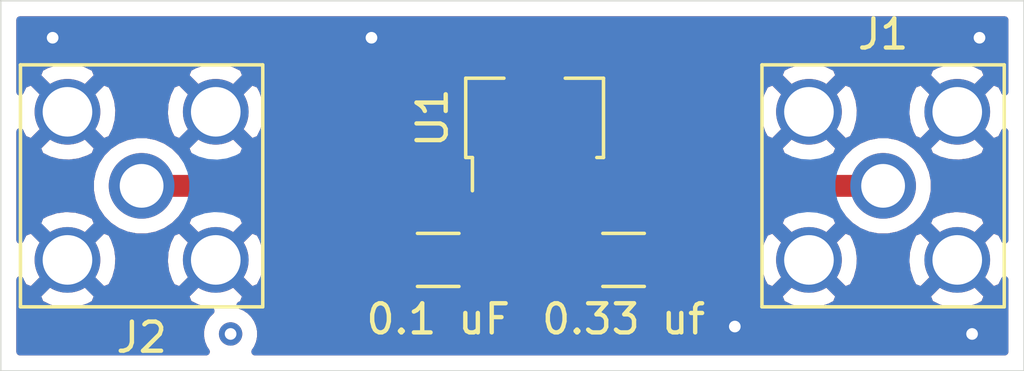
<source format=kicad_pcb>
(kicad_pcb (version 20171130) (host pcbnew "(5.1.10)-1")

  (general
    (thickness 1.6)
    (drawings 4)
    (tracks 15)
    (zones 0)
    (modules 5)
    (nets 4)
  )

  (page A4)
  (layers
    (0 F.Cu signal hide)
    (31 B.Cu signal hide)
    (32 B.Adhes user)
    (33 F.Adhes user)
    (34 B.Paste user)
    (35 F.Paste user)
    (36 B.SilkS user)
    (37 F.SilkS user)
    (38 B.Mask user)
    (39 F.Mask user)
    (40 Dwgs.User user)
    (41 Cmts.User user)
    (42 Eco1.User user)
    (43 Eco2.User user)
    (44 Edge.Cuts user)
    (45 Margin user)
    (46 B.CrtYd user)
    (47 F.CrtYd user)
    (48 B.Fab user)
    (49 F.Fab user)
  )

  (setup
    (last_trace_width 0.75)
    (user_trace_width 0.75)
    (user_trace_width 1)
    (trace_clearance 0.2)
    (zone_clearance 0.508)
    (zone_45_only no)
    (trace_min 0.2)
    (via_size 0.8)
    (via_drill 0.4)
    (via_min_size 0.4)
    (via_min_drill 0.3)
    (uvia_size 0.3)
    (uvia_drill 0.1)
    (uvias_allowed no)
    (uvia_min_size 0.2)
    (uvia_min_drill 0.1)
    (edge_width 0.05)
    (segment_width 0.2)
    (pcb_text_width 0.3)
    (pcb_text_size 1.5 1.5)
    (mod_edge_width 0.12)
    (mod_text_size 1 1)
    (mod_text_width 0.15)
    (pad_size 1.524 1.524)
    (pad_drill 0.762)
    (pad_to_mask_clearance 0)
    (aux_axis_origin 0 0)
    (visible_elements 7FFFFFFF)
    (pcbplotparams
      (layerselection 0x010fc_ffffffff)
      (usegerberextensions false)
      (usegerberattributes true)
      (usegerberadvancedattributes true)
      (creategerberjobfile true)
      (excludeedgelayer true)
      (linewidth 0.100000)
      (plotframeref false)
      (viasonmask false)
      (mode 1)
      (useauxorigin false)
      (hpglpennumber 1)
      (hpglpenspeed 20)
      (hpglpendiameter 15.000000)
      (psnegative false)
      (psa4output false)
      (plotreference true)
      (plotvalue true)
      (plotinvisibletext false)
      (padsonsilk false)
      (subtractmaskfromsilk false)
      (outputformat 1)
      (mirror false)
      (drillshape 1)
      (scaleselection 1)
      (outputdirectory ""))
  )

  (net 0 "")
  (net 1 GND1)
  (net 2 "Net-(C1-Pad1)")
  (net 3 "Net-(C2-Pad1)")

  (net_class Default "This is the default net class."
    (clearance 0.2)
    (trace_width 0.25)
    (via_dia 0.8)
    (via_drill 0.4)
    (uvia_dia 0.3)
    (uvia_drill 0.1)
    (add_net GND1)
    (add_net "Net-(C1-Pad1)")
    (add_net "Net-(C2-Pad1)")
  )

  (module Connector_Coaxial:SMA_Amphenol_132203-12_Horizontal (layer F.Cu) (tedit 5CF42CD6) (tstamp 6168E1F7)
    (at 132.08 92.71 90)
    (descr https://www.amphenolrf.com/media/downloads/1769/132203-12.pdf)
    (tags "SMA THT Female Jack Horizontal")
    (path /616882DF)
    (fp_text reference J2 (at -5.2 0) (layer F.SilkS)
      (effects (font (size 1 1) (thickness 0.15)))
    )
    (fp_text value Conn_Coaxial (at 0 5 90) (layer F.Fab)
      (effects (font (size 1 1) (thickness 0.15)))
    )
    (fp_text user %R (at 0 0 90) (layer F.Fab)
      (effects (font (size 1 1) (thickness 0.15)))
    )
    (fp_line (start -3.175 -18) (end 3.175 -18.706) (layer F.Fab) (width 0.1))
    (fp_line (start -4 -4) (end 4 -4) (layer F.Fab) (width 0.1))
    (fp_line (start -3.9 -5.07) (end -3.9 -4) (layer F.Fab) (width 0.1))
    (fp_line (start 3.9 -5.07) (end -3.9 -5.07) (layer F.Fab) (width 0.1))
    (fp_line (start 3.9 -4) (end 3.9 -5.07) (layer F.Fab) (width 0.1))
    (fp_line (start 3.175 -19.5) (end 3.175 -5.07) (layer F.Fab) (width 0.1))
    (fp_line (start -3.175 -19.5) (end -3.175 -5.07) (layer F.Fab) (width 0.1))
    (fp_line (start -3.175 -19.5) (end 3.175 -19.5) (layer F.Fab) (width 0.1))
    (fp_line (start -4.15 -4.15) (end 4.15 -4.15) (layer F.SilkS) (width 0.12))
    (fp_line (start -4.15 4.15) (end 4.15 4.15) (layer F.SilkS) (width 0.12))
    (fp_line (start 4.15 -4.15) (end 4.15 4.15) (layer F.SilkS) (width 0.12))
    (fp_line (start -4.15 -4.15) (end -4.15 4.15) (layer F.SilkS) (width 0.12))
    (fp_line (start 4 -4) (end 4 4) (layer F.Fab) (width 0.1))
    (fp_line (start -4 4) (end 4 4) (layer F.Fab) (width 0.1))
    (fp_line (start -4 -4) (end -4 4) (layer F.Fab) (width 0.1))
    (fp_line (start -4.5 -20) (end 4.5 -20) (layer F.CrtYd) (width 0.05))
    (fp_line (start -4.5 -20) (end -4.5 4.5) (layer F.CrtYd) (width 0.05))
    (fp_line (start 4.5 4.5) (end 4.5 -20) (layer F.CrtYd) (width 0.05))
    (fp_line (start 4.5 4.5) (end -4.5 4.5) (layer F.CrtYd) (width 0.05))
    (fp_line (start -3.175 -17.294) (end 3.175 -18) (layer F.Fab) (width 0.1))
    (fp_line (start -3.175 -16.588) (end 3.175 -17.294) (layer F.Fab) (width 0.1))
    (fp_line (start -3.175 -15.882) (end 3.175 -16.588) (layer F.Fab) (width 0.1))
    (fp_line (start -3.175 -15.176) (end 3.175 -15.882) (layer F.Fab) (width 0.1))
    (fp_line (start -3.175 -14.47) (end 3.175 -15.176) (layer F.Fab) (width 0.1))
    (fp_line (start -3.175 -13.764) (end 3.175 -14.47) (layer F.Fab) (width 0.1))
    (fp_line (start -3.175 -13.058) (end 3.175 -13.764) (layer F.Fab) (width 0.1))
    (fp_line (start -3.175 -12.352) (end 3.175 -13.058) (layer F.Fab) (width 0.1))
    (fp_line (start -3.175 -11.646) (end 3.175 -12.352) (layer F.Fab) (width 0.1))
    (fp_line (start -3.175 -10.94) (end 3.175 -11.646) (layer F.Fab) (width 0.1))
    (fp_line (start -3.175 -10.234) (end 3.175 -10.94) (layer F.Fab) (width 0.1))
    (fp_line (start -3.175 -9.528) (end 3.175 -10.234) (layer F.Fab) (width 0.1))
    (fp_line (start -3.175 -8.822) (end 3.175 -9.528) (layer F.Fab) (width 0.1))
    (fp_line (start -3.175 -8.116) (end 3.175 -8.822) (layer F.Fab) (width 0.1))
    (fp_line (start -3.175 -7.41) (end 3.175 -8.116) (layer F.Fab) (width 0.1))
    (fp_line (start -3.175 -6.704) (end 3.175 -7.41) (layer F.Fab) (width 0.1))
    (fp_line (start -3.175 -5.998) (end 3.175 -6.704) (layer F.Fab) (width 0.1))
    (pad 1 thru_hole circle (at 0 0 90) (size 2.25 2.25) (drill 1.5) (layers *.Cu *.Mask)
      (net 3 "Net-(C2-Pad1)"))
    (pad 2 thru_hole circle (at 2.54 2.54 180) (size 2.25 2.25) (drill 1.7) (layers *.Cu *.Mask)
      (net 1 GND1))
    (pad 2 thru_hole circle (at 2.54 -2.54 90) (size 2.25 2.25) (drill 1.7) (layers *.Cu *.Mask)
      (net 1 GND1))
    (pad 2 thru_hole circle (at -2.54 -2.54 90) (size 2.25 2.25) (drill 1.7) (layers *.Cu *.Mask)
      (net 1 GND1))
    (pad 2 thru_hole circle (at -2.54 2.54 90) (size 2.25 2.25) (drill 1.7) (layers *.Cu *.Mask)
      (net 1 GND1))
    (model ${KISYS3DMOD}/Connector_Coaxial.3dshapes/SMA_Amphenol_132203-12_Horizontal.wrl
      (at (xyz 0 0 0))
      (scale (xyz 1 1 1))
      (rotate (xyz 0 0 0))
    )
  )

  (module Connector_Coaxial:SMA_Amphenol_132203-12_Horizontal (layer F.Cu) (tedit 5CF42CD6) (tstamp 6168E1C9)
    (at 157.48 92.71 270)
    (descr https://www.amphenolrf.com/media/downloads/1769/132203-12.pdf)
    (tags "SMA THT Female Jack Horizontal")
    (path /61689B46)
    (fp_text reference J1 (at -5.2 0) (layer F.SilkS)
      (effects (font (size 1 1) (thickness 0.15)))
    )
    (fp_text value Conn_Coaxial (at 0 5 90) (layer F.Fab)
      (effects (font (size 1 1) (thickness 0.15)))
    )
    (fp_text user %R (at 0 0 90) (layer F.Fab)
      (effects (font (size 1 1) (thickness 0.15)))
    )
    (fp_line (start -3.175 -18) (end 3.175 -18.706) (layer F.Fab) (width 0.1))
    (fp_line (start -4 -4) (end 4 -4) (layer F.Fab) (width 0.1))
    (fp_line (start -3.9 -5.07) (end -3.9 -4) (layer F.Fab) (width 0.1))
    (fp_line (start 3.9 -5.07) (end -3.9 -5.07) (layer F.Fab) (width 0.1))
    (fp_line (start 3.9 -4) (end 3.9 -5.07) (layer F.Fab) (width 0.1))
    (fp_line (start 3.175 -19.5) (end 3.175 -5.07) (layer F.Fab) (width 0.1))
    (fp_line (start -3.175 -19.5) (end -3.175 -5.07) (layer F.Fab) (width 0.1))
    (fp_line (start -3.175 -19.5) (end 3.175 -19.5) (layer F.Fab) (width 0.1))
    (fp_line (start -4.15 -4.15) (end 4.15 -4.15) (layer F.SilkS) (width 0.12))
    (fp_line (start -4.15 4.15) (end 4.15 4.15) (layer F.SilkS) (width 0.12))
    (fp_line (start 4.15 -4.15) (end 4.15 4.15) (layer F.SilkS) (width 0.12))
    (fp_line (start -4.15 -4.15) (end -4.15 4.15) (layer F.SilkS) (width 0.12))
    (fp_line (start 4 -4) (end 4 4) (layer F.Fab) (width 0.1))
    (fp_line (start -4 4) (end 4 4) (layer F.Fab) (width 0.1))
    (fp_line (start -4 -4) (end -4 4) (layer F.Fab) (width 0.1))
    (fp_line (start -4.5 -20) (end 4.5 -20) (layer F.CrtYd) (width 0.05))
    (fp_line (start -4.5 -20) (end -4.5 4.5) (layer F.CrtYd) (width 0.05))
    (fp_line (start 4.5 4.5) (end 4.5 -20) (layer F.CrtYd) (width 0.05))
    (fp_line (start 4.5 4.5) (end -4.5 4.5) (layer F.CrtYd) (width 0.05))
    (fp_line (start -3.175 -17.294) (end 3.175 -18) (layer F.Fab) (width 0.1))
    (fp_line (start -3.175 -16.588) (end 3.175 -17.294) (layer F.Fab) (width 0.1))
    (fp_line (start -3.175 -15.882) (end 3.175 -16.588) (layer F.Fab) (width 0.1))
    (fp_line (start -3.175 -15.176) (end 3.175 -15.882) (layer F.Fab) (width 0.1))
    (fp_line (start -3.175 -14.47) (end 3.175 -15.176) (layer F.Fab) (width 0.1))
    (fp_line (start -3.175 -13.764) (end 3.175 -14.47) (layer F.Fab) (width 0.1))
    (fp_line (start -3.175 -13.058) (end 3.175 -13.764) (layer F.Fab) (width 0.1))
    (fp_line (start -3.175 -12.352) (end 3.175 -13.058) (layer F.Fab) (width 0.1))
    (fp_line (start -3.175 -11.646) (end 3.175 -12.352) (layer F.Fab) (width 0.1))
    (fp_line (start -3.175 -10.94) (end 3.175 -11.646) (layer F.Fab) (width 0.1))
    (fp_line (start -3.175 -10.234) (end 3.175 -10.94) (layer F.Fab) (width 0.1))
    (fp_line (start -3.175 -9.528) (end 3.175 -10.234) (layer F.Fab) (width 0.1))
    (fp_line (start -3.175 -8.822) (end 3.175 -9.528) (layer F.Fab) (width 0.1))
    (fp_line (start -3.175 -8.116) (end 3.175 -8.822) (layer F.Fab) (width 0.1))
    (fp_line (start -3.175 -7.41) (end 3.175 -8.116) (layer F.Fab) (width 0.1))
    (fp_line (start -3.175 -6.704) (end 3.175 -7.41) (layer F.Fab) (width 0.1))
    (fp_line (start -3.175 -5.998) (end 3.175 -6.704) (layer F.Fab) (width 0.1))
    (pad 1 thru_hole circle (at 0 0 270) (size 2.25 2.25) (drill 1.5) (layers *.Cu *.Mask)
      (net 2 "Net-(C1-Pad1)"))
    (pad 2 thru_hole circle (at 2.54 2.54) (size 2.25 2.25) (drill 1.7) (layers *.Cu *.Mask)
      (net 1 GND1))
    (pad 2 thru_hole circle (at 2.54 -2.54 270) (size 2.25 2.25) (drill 1.7) (layers *.Cu *.Mask)
      (net 1 GND1))
    (pad 2 thru_hole circle (at -2.54 -2.54 270) (size 2.25 2.25) (drill 1.7) (layers *.Cu *.Mask)
      (net 1 GND1))
    (pad 2 thru_hole circle (at -2.54 2.54 270) (size 2.25 2.25) (drill 1.7) (layers *.Cu *.Mask)
      (net 1 GND1))
    (model ${KISYS3DMOD}/Connector_Coaxial.3dshapes/SMA_Amphenol_132203-12_Horizontal.wrl
      (at (xyz 0 0 0))
      (scale (xyz 1 1 1))
      (rotate (xyz 0 0 0))
    )
  )

  (module Capacitor_SMD:C_1206_3216Metric (layer F.Cu) (tedit 5F68FEEE) (tstamp 6157C1FE)
    (at 148.59 95.25)
    (descr "Capacitor SMD 1206 (3216 Metric), square (rectangular) end terminal, IPC_7351 nominal, (Body size source: IPC-SM-782 page 76, https://www.pcb-3d.com/wordpress/wp-content/uploads/ipc-sm-782a_amendment_1_and_2.pdf), generated with kicad-footprint-generator")
    (tags capacitor)
    (path /6148CD48)
    (attr smd)
    (fp_text reference "0.33 uf" (at 0 2.032 180) (layer F.SilkS)
      (effects (font (size 1 1) (thickness 0.15)))
    )
    (fp_text value 0.33uf (at 0 1.85) (layer F.Fab)
      (effects (font (size 1 1) (thickness 0.15)))
    )
    (fp_line (start -1.6 0.8) (end -1.6 -0.8) (layer F.Fab) (width 0.1))
    (fp_line (start -1.6 -0.8) (end 1.6 -0.8) (layer F.Fab) (width 0.1))
    (fp_line (start 1.6 -0.8) (end 1.6 0.8) (layer F.Fab) (width 0.1))
    (fp_line (start 1.6 0.8) (end -1.6 0.8) (layer F.Fab) (width 0.1))
    (fp_line (start -0.711252 -0.91) (end 0.711252 -0.91) (layer F.SilkS) (width 0.12))
    (fp_line (start -0.711252 0.91) (end 0.711252 0.91) (layer F.SilkS) (width 0.12))
    (fp_line (start -2.3 1.15) (end -2.3 -1.15) (layer F.CrtYd) (width 0.05))
    (fp_line (start -2.3 -1.15) (end 2.3 -1.15) (layer F.CrtYd) (width 0.05))
    (fp_line (start 2.3 -1.15) (end 2.3 1.15) (layer F.CrtYd) (width 0.05))
    (fp_line (start 2.3 1.15) (end -2.3 1.15) (layer F.CrtYd) (width 0.05))
    (fp_text user %R (at 0 0.094999) (layer F.Fab)
      (effects (font (size 0.8 0.8) (thickness 0.12)))
    )
    (pad 1 smd roundrect (at -1.475 0) (size 1.15 1.8) (layers F.Cu F.Paste F.Mask) (roundrect_rratio 0.217391)
      (net 2 "Net-(C1-Pad1)"))
    (pad 2 smd roundrect (at 1.475 0) (size 1.15 1.8) (layers F.Cu F.Paste F.Mask) (roundrect_rratio 0.217391)
      (net 1 GND1))
    (model ${KISYS3DMOD}/Capacitor_SMD.3dshapes/C_1206_3216Metric.wrl
      (at (xyz 0 0 0))
      (scale (xyz 1 1 1))
      (rotate (xyz 0 0 0))
    )
  )

  (module Capacitor_SMD:C_1206_3216Metric (layer F.Cu) (tedit 5F68FEEE) (tstamp 6157C20F)
    (at 142.24 95.25)
    (descr "Capacitor SMD 1206 (3216 Metric), square (rectangular) end terminal, IPC_7351 nominal, (Body size source: IPC-SM-782 page 76, https://www.pcb-3d.com/wordpress/wp-content/uploads/ipc-sm-782a_amendment_1_and_2.pdf), generated with kicad-footprint-generator")
    (tags capacitor)
    (path /6148D688)
    (attr smd)
    (fp_text reference "0.1 uF" (at 0 2.032) (layer F.SilkS)
      (effects (font (size 1 1) (thickness 0.15)))
    )
    (fp_text value 0.1uF (at 0 1.85) (layer F.Fab)
      (effects (font (size 1 1) (thickness 0.15)))
    )
    (fp_line (start 2.3 1.15) (end -2.3 1.15) (layer F.CrtYd) (width 0.05))
    (fp_line (start 2.3 -1.15) (end 2.3 1.15) (layer F.CrtYd) (width 0.05))
    (fp_line (start -2.3 -1.15) (end 2.3 -1.15) (layer F.CrtYd) (width 0.05))
    (fp_line (start -2.3 1.15) (end -2.3 -1.15) (layer F.CrtYd) (width 0.05))
    (fp_line (start -0.711252 0.91) (end 0.711252 0.91) (layer F.SilkS) (width 0.12))
    (fp_line (start -0.711252 -0.91) (end 0.711252 -0.91) (layer F.SilkS) (width 0.12))
    (fp_line (start 1.6 0.8) (end -1.6 0.8) (layer F.Fab) (width 0.1))
    (fp_line (start 1.6 -0.8) (end 1.6 0.8) (layer F.Fab) (width 0.1))
    (fp_line (start -1.6 -0.8) (end 1.6 -0.8) (layer F.Fab) (width 0.1))
    (fp_line (start -1.6 0.8) (end -1.6 -0.8) (layer F.Fab) (width 0.1))
    (fp_text user %R (at 0 0) (layer F.Fab)
      (effects (font (size 0.8 0.8) (thickness 0.12)))
    )
    (pad 2 smd roundrect (at 1.475 0) (size 1.15 1.8) (layers F.Cu F.Paste F.Mask) (roundrect_rratio 0.217391)
      (net 1 GND1))
    (pad 1 smd roundrect (at -1.475 0) (size 1.15 1.8) (layers F.Cu F.Paste F.Mask) (roundrect_rratio 0.217391)
      (net 3 "Net-(C2-Pad1)"))
    (model ${KISYS3DMOD}/Capacitor_SMD.3dshapes/C_1206_3216Metric.wrl
      (at (xyz 0 0 0))
      (scale (xyz 1 1 1))
      (rotate (xyz 0 0 0))
    )
  )

  (module Package_TO_SOT_SMD:SOT-89-3 (layer F.Cu) (tedit 5C33D6E8) (tstamp 6157C227)
    (at 145.542 90.678 90)
    (descr "SOT-89-3, http://ww1.microchip.com/downloads/en/DeviceDoc/3L_SOT-89_MB_C04-029C.pdf")
    (tags SOT-89-3)
    (path /6152F45C)
    (attr smd)
    (fp_text reference U1 (at 0.3 -3.5 90) (layer F.SilkS)
      (effects (font (size 1 1) (thickness 0.15)))
    )
    (fp_text value L78L12_SOT89 (at 0.3 3.5 90) (layer F.Fab)
      (effects (font (size 1 1) (thickness 0.15)))
    )
    (fp_line (start 1.66 1.05) (end 1.66 2.36) (layer F.SilkS) (width 0.12))
    (fp_line (start 1.66 2.36) (end -1.06 2.36) (layer F.SilkS) (width 0.12))
    (fp_line (start -2.2 -2.13) (end -1.06 -2.13) (layer F.SilkS) (width 0.12))
    (fp_line (start 1.66 -2.36) (end 1.66 -1.05) (layer F.SilkS) (width 0.12))
    (fp_line (start -0.95 -1.25) (end 0.05 -2.25) (layer F.Fab) (width 0.1))
    (fp_line (start 1.55 -2.25) (end 1.55 2.25) (layer F.Fab) (width 0.1))
    (fp_line (start 1.55 2.25) (end -0.95 2.25) (layer F.Fab) (width 0.1))
    (fp_line (start -0.95 2.25) (end -0.95 -1.25) (layer F.Fab) (width 0.1))
    (fp_line (start 0.05 -2.25) (end 1.55 -2.25) (layer F.Fab) (width 0.1))
    (fp_line (start 2.55 -2.5) (end 2.55 2.5) (layer F.CrtYd) (width 0.05))
    (fp_line (start 2.55 -2.5) (end -2.55 -2.5) (layer F.CrtYd) (width 0.05))
    (fp_line (start -2.55 2.5) (end 2.55 2.5) (layer F.CrtYd) (width 0.05))
    (fp_line (start -2.55 2.5) (end -2.55 -2.5) (layer F.CrtYd) (width 0.05))
    (fp_line (start -1.06 -2.36) (end 1.66 -2.36) (layer F.SilkS) (width 0.12))
    (fp_line (start -1.06 -2.36) (end -1.06 -2.13) (layer F.SilkS) (width 0.12))
    (fp_line (start -1.06 2.36) (end -1.06 2.13) (layer F.SilkS) (width 0.12))
    (fp_text user %R (at 0.5 0) (layer F.Fab)
      (effects (font (size 1 1) (thickness 0.15)))
    )
    (pad 1 smd rect (at -1.65 -1.5 90) (size 1.3 0.9) (layers F.Cu F.Paste F.Mask)
      (net 3 "Net-(C2-Pad1)"))
    (pad 3 smd rect (at -1.65 1.5 90) (size 1.3 0.9) (layers F.Cu F.Paste F.Mask)
      (net 2 "Net-(C1-Pad1)"))
    (pad 2 smd custom (at -1.5625 0 90) (size 1.475 0.9) (layers F.Cu F.Paste F.Mask)
      (net 1 GND1) (zone_connect 2)
      (options (clearance outline) (anchor rect))
      (primitives
        (gr_poly (pts
           (xy 0.7375 -0.8665) (xy 3.8625 -0.8665) (xy 3.8625 0.8665) (xy 0.7375 0.8665)) (width 0))
      ))
    (model ${KISYS3DMOD}/Package_TO_SOT_SMD.3dshapes/SOT-89-3.wrl
      (at (xyz 0 0 0))
      (scale (xyz 1 1 1))
      (rotate (xyz 0 0 0))
    )
  )

  (gr_line (start 162.306 99.06) (end 127.254 99.06) (layer Edge.Cuts) (width 0.05))
  (gr_line (start 162.306 86.36) (end 162.306 99.06) (layer Edge.Cuts) (width 0.05))
  (gr_line (start 127.254 86.36) (end 162.306 86.36) (layer Edge.Cuts) (width 0.05))
  (gr_line (start 127.254 99.06) (end 127.254 86.36) (layer Edge.Cuts) (width 0.05))

  (via (at 135.128 97.79) (size 0.8) (drill 0.4) (layers F.Cu B.Cu) (net 0))
  (via (at 139.954 87.63) (size 0.8) (drill 0.4) (layers F.Cu B.Cu) (net 1))
  (via (at 129.032 87.63) (size 0.8) (drill 0.4) (layers F.Cu B.Cu) (net 1))
  (via (at 152.4 97.536) (size 0.8) (drill 0.4) (layers F.Cu B.Cu) (net 1))
  (via (at 160.528 97.79) (size 0.8) (drill 0.4) (layers F.Cu B.Cu) (net 1))
  (via (at 160.782 87.63) (size 0.8) (drill 0.4) (layers F.Cu B.Cu) (net 1))
  (segment (start 147.424 92.71) (end 147.042 92.328) (width 0.75) (layer F.Cu) (net 2))
  (segment (start 157.48 92.71) (end 147.424 92.71) (width 0.75) (layer F.Cu) (net 2))
  (segment (start 147.115 92.401) (end 147.042 92.328) (width 0.75) (layer F.Cu) (net 2))
  (segment (start 147.115 95.25) (end 147.115 92.401) (width 0.75) (layer F.Cu) (net 2))
  (segment (start 138.225 92.71) (end 140.765 95.25) (width 0.75) (layer F.Cu) (net 3))
  (segment (start 132.08 92.71) (end 138.225 92.71) (width 0.75) (layer F.Cu) (net 3))
  (segment (start 140.765 95.25) (end 140.765 93.677) (width 0.75) (layer F.Cu) (net 3))
  (segment (start 142.114 92.328) (end 144.042 92.328) (width 0.75) (layer F.Cu) (net 3))
  (segment (start 140.765 93.677) (end 142.114 92.328) (width 0.75) (layer F.Cu) (net 3))

  (zone (net 1) (net_name GND1) (layer F.Cu) (tstamp 0) (hatch edge 0.508)
    (connect_pads (clearance 0.508))
    (min_thickness 0.254)
    (fill yes (arc_segments 32) (thermal_gap 0.508) (thermal_bridge_width 0.508))
    (polygon
      (pts
        (xy 162.052 98.806) (xy 127.508 98.806) (xy 127.508 86.614) (xy 162.052 86.614)
      )
    )
    (filled_polygon
      (pts
        (xy 161.646 89.484622) (xy 161.630966 89.440315) (xy 161.521714 89.235921) (xy 161.244531 89.125074) (xy 160.199605 90.17)
        (xy 161.244531 91.214926) (xy 161.521714 91.104079) (xy 161.646 90.852128) (xy 161.646001 94.564623) (xy 161.630966 94.520315)
        (xy 161.521714 94.315921) (xy 161.244531 94.205074) (xy 160.199605 95.25) (xy 161.244531 96.294926) (xy 161.521714 96.184079)
        (xy 161.646001 95.932127) (xy 161.646001 98.4) (xy 135.965195 98.4) (xy 136.045205 98.280256) (xy 136.123226 98.091898)
        (xy 136.163 97.891939) (xy 136.163 97.688061) (xy 136.123226 97.488102) (xy 136.045205 97.299744) (xy 135.931937 97.130226)
        (xy 135.787774 96.986063) (xy 135.618256 96.872795) (xy 135.454475 96.804954) (xy 135.554079 96.751714) (xy 135.664926 96.474531)
        (xy 134.62 95.429605) (xy 133.575074 96.474531) (xy 133.685921 96.751714) (xy 133.99684 96.905089) (xy 134.331705 96.99486)
        (xy 134.451559 97.00273) (xy 134.324063 97.130226) (xy 134.210795 97.299744) (xy 134.132774 97.488102) (xy 134.093 97.688061)
        (xy 134.093 97.891939) (xy 134.132774 98.091898) (xy 134.210795 98.280256) (xy 134.290805 98.4) (xy 127.914 98.4)
        (xy 127.914 96.474531) (xy 128.495074 96.474531) (xy 128.605921 96.751714) (xy 128.91684 96.905089) (xy 129.251705 96.99486)
        (xy 129.59765 97.017576) (xy 129.94138 96.972366) (xy 130.269685 96.860966) (xy 130.474079 96.751714) (xy 130.584926 96.474531)
        (xy 129.54 95.429605) (xy 128.495074 96.474531) (xy 127.914 96.474531) (xy 127.914 95.935379) (xy 127.929034 95.979685)
        (xy 128.038286 96.184079) (xy 128.315469 96.294926) (xy 129.360395 95.25) (xy 129.719605 95.25) (xy 130.764531 96.294926)
        (xy 131.041714 96.184079) (xy 131.195089 95.87316) (xy 131.28486 95.538295) (xy 131.300004 95.30765) (xy 132.852424 95.30765)
        (xy 132.897634 95.65138) (xy 133.009034 95.979685) (xy 133.118286 96.184079) (xy 133.395469 96.294926) (xy 134.440395 95.25)
        (xy 134.799605 95.25) (xy 135.844531 96.294926) (xy 136.121714 96.184079) (xy 136.275089 95.87316) (xy 136.36486 95.538295)
        (xy 136.387576 95.19235) (xy 136.342366 94.84862) (xy 136.230966 94.520315) (xy 136.121714 94.315921) (xy 135.844531 94.205074)
        (xy 134.799605 95.25) (xy 134.440395 95.25) (xy 133.395469 94.205074) (xy 133.118286 94.315921) (xy 132.964911 94.62684)
        (xy 132.87514 94.961705) (xy 132.852424 95.30765) (xy 131.300004 95.30765) (xy 131.307576 95.19235) (xy 131.262366 94.84862)
        (xy 131.150966 94.520315) (xy 131.041714 94.315921) (xy 130.764531 94.205074) (xy 129.719605 95.25) (xy 129.360395 95.25)
        (xy 128.315469 94.205074) (xy 128.038286 94.315921) (xy 127.914 94.567871) (xy 127.914 94.025469) (xy 128.495074 94.025469)
        (xy 129.54 95.070395) (xy 130.584926 94.025469) (xy 130.474079 93.748286) (xy 130.16316 93.594911) (xy 129.828295 93.50514)
        (xy 129.48235 93.482424) (xy 129.13862 93.527634) (xy 128.810315 93.639034) (xy 128.605921 93.748286) (xy 128.495074 94.025469)
        (xy 127.914 94.025469) (xy 127.914 92.536655) (xy 130.32 92.536655) (xy 130.32 92.883345) (xy 130.387636 93.223373)
        (xy 130.520308 93.543673) (xy 130.712919 93.831935) (xy 130.958065 94.077081) (xy 131.246327 94.269692) (xy 131.566627 94.402364)
        (xy 131.906655 94.47) (xy 132.253345 94.47) (xy 132.593373 94.402364) (xy 132.913673 94.269692) (xy 133.201935 94.077081)
        (xy 133.447081 93.831935) (xy 133.521874 93.72) (xy 133.73884 93.72) (xy 133.685921 93.748286) (xy 133.575074 94.025469)
        (xy 134.62 95.070395) (xy 135.664926 94.025469) (xy 135.554079 93.748286) (xy 135.496738 93.72) (xy 137.806645 93.72)
        (xy 139.551928 95.465284) (xy 139.551928 95.900001) (xy 139.568992 96.073255) (xy 139.619528 96.239851) (xy 139.701595 96.393387)
        (xy 139.812038 96.527962) (xy 139.946613 96.638405) (xy 140.100149 96.720472) (xy 140.266745 96.771008) (xy 140.439999 96.788072)
        (xy 141.090001 96.788072) (xy 141.263255 96.771008) (xy 141.429851 96.720472) (xy 141.583387 96.638405) (xy 141.717962 96.527962)
        (xy 141.828405 96.393387) (xy 141.910472 96.239851) (xy 141.937727 96.15) (xy 142.501928 96.15) (xy 142.514188 96.274482)
        (xy 142.550498 96.39418) (xy 142.609463 96.504494) (xy 142.688815 96.601185) (xy 142.785506 96.680537) (xy 142.89582 96.739502)
        (xy 143.015518 96.775812) (xy 143.14 96.788072) (xy 143.42925 96.785) (xy 143.588 96.62625) (xy 143.588 95.377)
        (xy 143.842 95.377) (xy 143.842 96.62625) (xy 144.00075 96.785) (xy 144.29 96.788072) (xy 144.414482 96.775812)
        (xy 144.53418 96.739502) (xy 144.644494 96.680537) (xy 144.741185 96.601185) (xy 144.820537 96.504494) (xy 144.879502 96.39418)
        (xy 144.915812 96.274482) (xy 144.928072 96.15) (xy 144.925 95.53575) (xy 144.76625 95.377) (xy 143.842 95.377)
        (xy 143.588 95.377) (xy 142.66375 95.377) (xy 142.505 95.53575) (xy 142.501928 96.15) (xy 141.937727 96.15)
        (xy 141.961008 96.073255) (xy 141.978072 95.900001) (xy 141.978072 94.599999) (xy 141.961008 94.426745) (xy 141.937728 94.35)
        (xy 142.501928 94.35) (xy 142.505 94.96425) (xy 142.66375 95.123) (xy 143.588 95.123) (xy 143.588 93.87375)
        (xy 143.842 93.87375) (xy 143.842 95.123) (xy 144.76625 95.123) (xy 144.925 94.96425) (xy 144.926821 94.599999)
        (xy 145.901928 94.599999) (xy 145.901928 95.900001) (xy 145.918992 96.073255) (xy 145.969528 96.239851) (xy 146.051595 96.393387)
        (xy 146.162038 96.527962) (xy 146.296613 96.638405) (xy 146.450149 96.720472) (xy 146.616745 96.771008) (xy 146.789999 96.788072)
        (xy 147.440001 96.788072) (xy 147.613255 96.771008) (xy 147.779851 96.720472) (xy 147.933387 96.638405) (xy 148.067962 96.527962)
        (xy 148.178405 96.393387) (xy 148.260472 96.239851) (xy 148.287727 96.15) (xy 148.851928 96.15) (xy 148.864188 96.274482)
        (xy 148.900498 96.39418) (xy 148.959463 96.504494) (xy 149.038815 96.601185) (xy 149.135506 96.680537) (xy 149.24582 96.739502)
        (xy 149.365518 96.775812) (xy 149.49 96.788072) (xy 149.77925 96.785) (xy 149.938 96.62625) (xy 149.938 95.377)
        (xy 150.192 95.377) (xy 150.192 96.62625) (xy 150.35075 96.785) (xy 150.64 96.788072) (xy 150.764482 96.775812)
        (xy 150.88418 96.739502) (xy 150.994494 96.680537) (xy 151.091185 96.601185) (xy 151.170537 96.504494) (xy 151.186552 96.474531)
        (xy 153.895074 96.474531) (xy 154.005921 96.751714) (xy 154.31684 96.905089) (xy 154.651705 96.99486) (xy 154.99765 97.017576)
        (xy 155.34138 96.972366) (xy 155.669685 96.860966) (xy 155.874079 96.751714) (xy 155.984926 96.474531) (xy 158.975074 96.474531)
        (xy 159.085921 96.751714) (xy 159.39684 96.905089) (xy 159.731705 96.99486) (xy 160.07765 97.017576) (xy 160.42138 96.972366)
        (xy 160.749685 96.860966) (xy 160.954079 96.751714) (xy 161.064926 96.474531) (xy 160.02 95.429605) (xy 158.975074 96.474531)
        (xy 155.984926 96.474531) (xy 154.94 95.429605) (xy 153.895074 96.474531) (xy 151.186552 96.474531) (xy 151.229502 96.39418)
        (xy 151.265812 96.274482) (xy 151.278072 96.15) (xy 151.275 95.53575) (xy 151.11625 95.377) (xy 150.192 95.377)
        (xy 149.938 95.377) (xy 149.01375 95.377) (xy 148.855 95.53575) (xy 148.851928 96.15) (xy 148.287727 96.15)
        (xy 148.311008 96.073255) (xy 148.328072 95.900001) (xy 148.328072 95.30765) (xy 153.172424 95.30765) (xy 153.217634 95.65138)
        (xy 153.329034 95.979685) (xy 153.438286 96.184079) (xy 153.715469 96.294926) (xy 154.760395 95.25) (xy 155.119605 95.25)
        (xy 156.164531 96.294926) (xy 156.441714 96.184079) (xy 156.595089 95.87316) (xy 156.68486 95.538295) (xy 156.700004 95.30765)
        (xy 158.252424 95.30765) (xy 158.297634 95.65138) (xy 158.409034 95.979685) (xy 158.518286 96.184079) (xy 158.795469 96.294926)
        (xy 159.840395 95.25) (xy 158.795469 94.205074) (xy 158.518286 94.315921) (xy 158.364911 94.62684) (xy 158.27514 94.961705)
        (xy 158.252424 95.30765) (xy 156.700004 95.30765) (xy 156.707576 95.19235) (xy 156.662366 94.84862) (xy 156.550966 94.520315)
        (xy 156.441714 94.315921) (xy 156.164531 94.205074) (xy 155.119605 95.25) (xy 154.760395 95.25) (xy 153.715469 94.205074)
        (xy 153.438286 94.315921) (xy 153.284911 94.62684) (xy 153.19514 94.961705) (xy 153.172424 95.30765) (xy 148.328072 95.30765)
        (xy 148.328072 94.599999) (xy 148.311008 94.426745) (xy 148.260472 94.260149) (xy 148.178405 94.106613) (xy 148.125 94.041539)
        (xy 148.125 93.72) (xy 149.408041 93.72) (xy 149.365518 93.724188) (xy 149.24582 93.760498) (xy 149.135506 93.819463)
        (xy 149.038815 93.898815) (xy 148.959463 93.995506) (xy 148.900498 94.10582) (xy 148.864188 94.225518) (xy 148.851928 94.35)
        (xy 148.855 94.96425) (xy 149.01375 95.123) (xy 149.938 95.123) (xy 149.938 95.103) (xy 150.192 95.103)
        (xy 150.192 95.123) (xy 151.11625 95.123) (xy 151.275 94.96425) (xy 151.278072 94.35) (xy 151.265812 94.225518)
        (xy 151.229502 94.10582) (xy 151.170537 93.995506) (xy 151.091185 93.898815) (xy 150.994494 93.819463) (xy 150.88418 93.760498)
        (xy 150.764482 93.724188) (xy 150.721959 93.72) (xy 154.05884 93.72) (xy 154.005921 93.748286) (xy 153.895074 94.025469)
        (xy 154.94 95.070395) (xy 155.984926 94.025469) (xy 155.874079 93.748286) (xy 155.816738 93.72) (xy 156.038126 93.72)
        (xy 156.112919 93.831935) (xy 156.358065 94.077081) (xy 156.646327 94.269692) (xy 156.966627 94.402364) (xy 157.306655 94.47)
        (xy 157.653345 94.47) (xy 157.993373 94.402364) (xy 158.313673 94.269692) (xy 158.601935 94.077081) (xy 158.653547 94.025469)
        (xy 158.975074 94.025469) (xy 160.02 95.070395) (xy 161.064926 94.025469) (xy 160.954079 93.748286) (xy 160.64316 93.594911)
        (xy 160.308295 93.50514) (xy 159.96235 93.482424) (xy 159.61862 93.527634) (xy 159.290315 93.639034) (xy 159.085921 93.748286)
        (xy 158.975074 94.025469) (xy 158.653547 94.025469) (xy 158.847081 93.831935) (xy 159.039692 93.543673) (xy 159.172364 93.223373)
        (xy 159.24 92.883345) (xy 159.24 92.536655) (xy 159.172364 92.196627) (xy 159.039692 91.876327) (xy 158.847081 91.588065)
        (xy 158.653547 91.394531) (xy 158.975074 91.394531) (xy 159.085921 91.671714) (xy 159.39684 91.825089) (xy 159.731705 91.91486)
        (xy 160.07765 91.937576) (xy 160.42138 91.892366) (xy 160.749685 91.780966) (xy 160.954079 91.671714) (xy 161.064926 91.394531)
        (xy 160.02 90.349605) (xy 158.975074 91.394531) (xy 158.653547 91.394531) (xy 158.601935 91.342919) (xy 158.313673 91.150308)
        (xy 157.993373 91.017636) (xy 157.653345 90.95) (xy 157.306655 90.95) (xy 156.966627 91.017636) (xy 156.646327 91.150308)
        (xy 156.358065 91.342919) (xy 156.112919 91.588065) (xy 156.038126 91.7) (xy 155.82116 91.7) (xy 155.874079 91.671714)
        (xy 155.984926 91.394531) (xy 154.94 90.349605) (xy 153.895074 91.394531) (xy 154.005921 91.671714) (xy 154.063262 91.7)
        (xy 148.130072 91.7) (xy 148.130072 91.678) (xy 148.117812 91.553518) (xy 148.081502 91.43382) (xy 148.022537 91.323506)
        (xy 147.943185 91.226815) (xy 147.846494 91.147463) (xy 147.73618 91.088498) (xy 147.616482 91.052188) (xy 147.492 91.039928)
        (xy 146.592 91.039928) (xy 146.467518 91.052188) (xy 146.34782 91.088498) (xy 146.237506 91.147463) (xy 146.140815 91.226815)
        (xy 146.061463 91.323506) (xy 146.002498 91.43382) (xy 145.966188 91.553518) (xy 145.953928 91.678) (xy 145.953928 92.978)
        (xy 145.966188 93.102482) (xy 146.002498 93.22218) (xy 146.061463 93.332494) (xy 146.105001 93.385545) (xy 146.105 94.041538)
        (xy 146.051595 94.106613) (xy 145.969528 94.260149) (xy 145.918992 94.426745) (xy 145.901928 94.599999) (xy 144.926821 94.599999)
        (xy 144.928072 94.35) (xy 144.915812 94.225518) (xy 144.879502 94.10582) (xy 144.820537 93.995506) (xy 144.741185 93.898815)
        (xy 144.644494 93.819463) (xy 144.53418 93.760498) (xy 144.414482 93.724188) (xy 144.29 93.711928) (xy 144.00075 93.715)
        (xy 143.842 93.87375) (xy 143.588 93.87375) (xy 143.42925 93.715) (xy 143.14 93.711928) (xy 143.015518 93.724188)
        (xy 142.89582 93.760498) (xy 142.785506 93.819463) (xy 142.688815 93.898815) (xy 142.609463 93.995506) (xy 142.550498 94.10582)
        (xy 142.514188 94.225518) (xy 142.501928 94.35) (xy 141.937728 94.35) (xy 141.910472 94.260149) (xy 141.828405 94.106613)
        (xy 141.799258 94.071097) (xy 142.532355 93.338) (xy 143.065982 93.338) (xy 143.140815 93.429185) (xy 143.237506 93.508537)
        (xy 143.34782 93.567502) (xy 143.467518 93.603812) (xy 143.592 93.616072) (xy 144.492 93.616072) (xy 144.616482 93.603812)
        (xy 144.73618 93.567502) (xy 144.846494 93.508537) (xy 144.943185 93.429185) (xy 145.022537 93.332494) (xy 145.081502 93.22218)
        (xy 145.117812 93.102482) (xy 145.130072 92.978) (xy 145.130072 91.678) (xy 145.117812 91.553518) (xy 145.081502 91.43382)
        (xy 145.022537 91.323506) (xy 144.943185 91.226815) (xy 144.846494 91.147463) (xy 144.73618 91.088498) (xy 144.616482 91.052188)
        (xy 144.492 91.039928) (xy 143.592 91.039928) (xy 143.467518 91.052188) (xy 143.34782 91.088498) (xy 143.237506 91.147463)
        (xy 143.140815 91.226815) (xy 143.065982 91.318) (xy 142.163604 91.318) (xy 142.113999 91.313114) (xy 142.064394 91.318)
        (xy 142.064392 91.318) (xy 141.916006 91.332615) (xy 141.72562 91.390368) (xy 141.55016 91.484153) (xy 141.396367 91.610367)
        (xy 141.364739 91.648906) (xy 140.085901 92.927744) (xy 140.047368 92.959367) (xy 140.015745 92.9979) (xy 140.015744 92.997901)
        (xy 139.982169 93.038813) (xy 138.974261 92.030906) (xy 138.942633 91.992367) (xy 138.78884 91.866153) (xy 138.61338 91.772368)
        (xy 138.422994 91.714615) (xy 138.274608 91.7) (xy 138.225 91.695114) (xy 138.175392 91.7) (xy 135.50116 91.7)
        (xy 135.554079 91.671714) (xy 135.664926 91.394531) (xy 134.62 90.349605) (xy 133.575074 91.394531) (xy 133.685921 91.671714)
        (xy 133.743262 91.7) (xy 133.521874 91.7) (xy 133.447081 91.588065) (xy 133.201935 91.342919) (xy 132.913673 91.150308)
        (xy 132.593373 91.017636) (xy 132.253345 90.95) (xy 131.906655 90.95) (xy 131.566627 91.017636) (xy 131.246327 91.150308)
        (xy 130.958065 91.342919) (xy 130.712919 91.588065) (xy 130.520308 91.876327) (xy 130.387636 92.196627) (xy 130.32 92.536655)
        (xy 127.914 92.536655) (xy 127.914 91.394531) (xy 128.495074 91.394531) (xy 128.605921 91.671714) (xy 128.91684 91.825089)
        (xy 129.251705 91.91486) (xy 129.59765 91.937576) (xy 129.94138 91.892366) (xy 130.269685 91.780966) (xy 130.474079 91.671714)
        (xy 130.584926 91.394531) (xy 129.54 90.349605) (xy 128.495074 91.394531) (xy 127.914 91.394531) (xy 127.914 90.855379)
        (xy 127.929034 90.899685) (xy 128.038286 91.104079) (xy 128.315469 91.214926) (xy 129.360395 90.17) (xy 129.719605 90.17)
        (xy 130.764531 91.214926) (xy 131.041714 91.104079) (xy 131.195089 90.79316) (xy 131.28486 90.458295) (xy 131.300004 90.22765)
        (xy 132.852424 90.22765) (xy 132.897634 90.57138) (xy 133.009034 90.899685) (xy 133.118286 91.104079) (xy 133.395469 91.214926)
        (xy 134.440395 90.17) (xy 134.799605 90.17) (xy 135.844531 91.214926) (xy 136.121714 91.104079) (xy 136.275089 90.79316)
        (xy 136.36486 90.458295) (xy 136.380004 90.22765) (xy 153.172424 90.22765) (xy 153.217634 90.57138) (xy 153.329034 90.899685)
        (xy 153.438286 91.104079) (xy 153.715469 91.214926) (xy 154.760395 90.17) (xy 155.119605 90.17) (xy 156.164531 91.214926)
        (xy 156.441714 91.104079) (xy 156.595089 90.79316) (xy 156.68486 90.458295) (xy 156.700004 90.22765) (xy 158.252424 90.22765)
        (xy 158.297634 90.57138) (xy 158.409034 90.899685) (xy 158.518286 91.104079) (xy 158.795469 91.214926) (xy 159.840395 90.17)
        (xy 158.795469 89.125074) (xy 158.518286 89.235921) (xy 158.364911 89.54684) (xy 158.27514 89.881705) (xy 158.252424 90.22765)
        (xy 156.700004 90.22765) (xy 156.707576 90.11235) (xy 156.662366 89.76862) (xy 156.550966 89.440315) (xy 156.441714 89.235921)
        (xy 156.164531 89.125074) (xy 155.119605 90.17) (xy 154.760395 90.17) (xy 153.715469 89.125074) (xy 153.438286 89.235921)
        (xy 153.284911 89.54684) (xy 153.19514 89.881705) (xy 153.172424 90.22765) (xy 136.380004 90.22765) (xy 136.387576 90.11235)
        (xy 136.342366 89.76862) (xy 136.230966 89.440315) (xy 136.121714 89.235921) (xy 135.844531 89.125074) (xy 134.799605 90.17)
        (xy 134.440395 90.17) (xy 133.395469 89.125074) (xy 133.118286 89.235921) (xy 132.964911 89.54684) (xy 132.87514 89.881705)
        (xy 132.852424 90.22765) (xy 131.300004 90.22765) (xy 131.307576 90.11235) (xy 131.262366 89.76862) (xy 131.150966 89.440315)
        (xy 131.041714 89.235921) (xy 130.764531 89.125074) (xy 129.719605 90.17) (xy 129.360395 90.17) (xy 128.315469 89.125074)
        (xy 128.038286 89.235921) (xy 127.914 89.487871) (xy 127.914 88.945469) (xy 128.495074 88.945469) (xy 129.54 89.990395)
        (xy 130.584926 88.945469) (xy 133.575074 88.945469) (xy 134.62 89.990395) (xy 135.664926 88.945469) (xy 153.895074 88.945469)
        (xy 154.94 89.990395) (xy 155.984926 88.945469) (xy 158.975074 88.945469) (xy 160.02 89.990395) (xy 161.064926 88.945469)
        (xy 160.954079 88.668286) (xy 160.64316 88.514911) (xy 160.308295 88.42514) (xy 159.96235 88.402424) (xy 159.61862 88.447634)
        (xy 159.290315 88.559034) (xy 159.085921 88.668286) (xy 158.975074 88.945469) (xy 155.984926 88.945469) (xy 155.874079 88.668286)
        (xy 155.56316 88.514911) (xy 155.228295 88.42514) (xy 154.88235 88.402424) (xy 154.53862 88.447634) (xy 154.210315 88.559034)
        (xy 154.005921 88.668286) (xy 153.895074 88.945469) (xy 135.664926 88.945469) (xy 135.554079 88.668286) (xy 135.24316 88.514911)
        (xy 134.908295 88.42514) (xy 134.56235 88.402424) (xy 134.21862 88.447634) (xy 133.890315 88.559034) (xy 133.685921 88.668286)
        (xy 133.575074 88.945469) (xy 130.584926 88.945469) (xy 130.474079 88.668286) (xy 130.16316 88.514911) (xy 129.828295 88.42514)
        (xy 129.48235 88.402424) (xy 129.13862 88.447634) (xy 128.810315 88.559034) (xy 128.605921 88.668286) (xy 128.495074 88.945469)
        (xy 127.914 88.945469) (xy 127.914 87.02) (xy 161.646 87.02)
      )
    )
  )
  (zone (net 1) (net_name GND1) (layer B.Cu) (tstamp 0) (hatch edge 0.508)
    (connect_pads (clearance 0.508))
    (min_thickness 0.254)
    (fill yes (arc_segments 32) (thermal_gap 0.508) (thermal_bridge_width 0.508))
    (polygon
      (pts
        (xy 162.052 98.806) (xy 127.508 98.806) (xy 127.508 86.614) (xy 162.052 86.614)
      )
    )
    (filled_polygon
      (pts
        (xy 161.646 89.484622) (xy 161.630966 89.440315) (xy 161.521714 89.235921) (xy 161.244531 89.125074) (xy 160.199605 90.17)
        (xy 161.244531 91.214926) (xy 161.521714 91.104079) (xy 161.646 90.852128) (xy 161.646001 94.564623) (xy 161.630966 94.520315)
        (xy 161.521714 94.315921) (xy 161.244531 94.205074) (xy 160.199605 95.25) (xy 161.244531 96.294926) (xy 161.521714 96.184079)
        (xy 161.646001 95.932127) (xy 161.646001 98.4) (xy 135.965195 98.4) (xy 136.045205 98.280256) (xy 136.123226 98.091898)
        (xy 136.163 97.891939) (xy 136.163 97.688061) (xy 136.123226 97.488102) (xy 136.045205 97.299744) (xy 135.931937 97.130226)
        (xy 135.787774 96.986063) (xy 135.618256 96.872795) (xy 135.454475 96.804954) (xy 135.554079 96.751714) (xy 135.664926 96.474531)
        (xy 153.895074 96.474531) (xy 154.005921 96.751714) (xy 154.31684 96.905089) (xy 154.651705 96.99486) (xy 154.99765 97.017576)
        (xy 155.34138 96.972366) (xy 155.669685 96.860966) (xy 155.874079 96.751714) (xy 155.984926 96.474531) (xy 158.975074 96.474531)
        (xy 159.085921 96.751714) (xy 159.39684 96.905089) (xy 159.731705 96.99486) (xy 160.07765 97.017576) (xy 160.42138 96.972366)
        (xy 160.749685 96.860966) (xy 160.954079 96.751714) (xy 161.064926 96.474531) (xy 160.02 95.429605) (xy 158.975074 96.474531)
        (xy 155.984926 96.474531) (xy 154.94 95.429605) (xy 153.895074 96.474531) (xy 135.664926 96.474531) (xy 134.62 95.429605)
        (xy 133.575074 96.474531) (xy 133.685921 96.751714) (xy 133.99684 96.905089) (xy 134.331705 96.99486) (xy 134.451559 97.00273)
        (xy 134.324063 97.130226) (xy 134.210795 97.299744) (xy 134.132774 97.488102) (xy 134.093 97.688061) (xy 134.093 97.891939)
        (xy 134.132774 98.091898) (xy 134.210795 98.280256) (xy 134.290805 98.4) (xy 127.914 98.4) (xy 127.914 96.474531)
        (xy 128.495074 96.474531) (xy 128.605921 96.751714) (xy 128.91684 96.905089) (xy 129.251705 96.99486) (xy 129.59765 97.017576)
        (xy 129.94138 96.972366) (xy 130.269685 96.860966) (xy 130.474079 96.751714) (xy 130.584926 96.474531) (xy 129.54 95.429605)
        (xy 128.495074 96.474531) (xy 127.914 96.474531) (xy 127.914 95.935379) (xy 127.929034 95.979685) (xy 128.038286 96.184079)
        (xy 128.315469 96.294926) (xy 129.360395 95.25) (xy 129.719605 95.25) (xy 130.764531 96.294926) (xy 131.041714 96.184079)
        (xy 131.195089 95.87316) (xy 131.28486 95.538295) (xy 131.300004 95.30765) (xy 132.852424 95.30765) (xy 132.897634 95.65138)
        (xy 133.009034 95.979685) (xy 133.118286 96.184079) (xy 133.395469 96.294926) (xy 134.440395 95.25) (xy 134.799605 95.25)
        (xy 135.844531 96.294926) (xy 136.121714 96.184079) (xy 136.275089 95.87316) (xy 136.36486 95.538295) (xy 136.380004 95.30765)
        (xy 153.172424 95.30765) (xy 153.217634 95.65138) (xy 153.329034 95.979685) (xy 153.438286 96.184079) (xy 153.715469 96.294926)
        (xy 154.760395 95.25) (xy 155.119605 95.25) (xy 156.164531 96.294926) (xy 156.441714 96.184079) (xy 156.595089 95.87316)
        (xy 156.68486 95.538295) (xy 156.700004 95.30765) (xy 158.252424 95.30765) (xy 158.297634 95.65138) (xy 158.409034 95.979685)
        (xy 158.518286 96.184079) (xy 158.795469 96.294926) (xy 159.840395 95.25) (xy 158.795469 94.205074) (xy 158.518286 94.315921)
        (xy 158.364911 94.62684) (xy 158.27514 94.961705) (xy 158.252424 95.30765) (xy 156.700004 95.30765) (xy 156.707576 95.19235)
        (xy 156.662366 94.84862) (xy 156.550966 94.520315) (xy 156.441714 94.315921) (xy 156.164531 94.205074) (xy 155.119605 95.25)
        (xy 154.760395 95.25) (xy 153.715469 94.205074) (xy 153.438286 94.315921) (xy 153.284911 94.62684) (xy 153.19514 94.961705)
        (xy 153.172424 95.30765) (xy 136.380004 95.30765) (xy 136.387576 95.19235) (xy 136.342366 94.84862) (xy 136.230966 94.520315)
        (xy 136.121714 94.315921) (xy 135.844531 94.205074) (xy 134.799605 95.25) (xy 134.440395 95.25) (xy 133.395469 94.205074)
        (xy 133.118286 94.315921) (xy 132.964911 94.62684) (xy 132.87514 94.961705) (xy 132.852424 95.30765) (xy 131.300004 95.30765)
        (xy 131.307576 95.19235) (xy 131.262366 94.84862) (xy 131.150966 94.520315) (xy 131.041714 94.315921) (xy 130.764531 94.205074)
        (xy 129.719605 95.25) (xy 129.360395 95.25) (xy 128.315469 94.205074) (xy 128.038286 94.315921) (xy 127.914 94.567871)
        (xy 127.914 94.025469) (xy 128.495074 94.025469) (xy 129.54 95.070395) (xy 130.584926 94.025469) (xy 130.474079 93.748286)
        (xy 130.16316 93.594911) (xy 129.828295 93.50514) (xy 129.48235 93.482424) (xy 129.13862 93.527634) (xy 128.810315 93.639034)
        (xy 128.605921 93.748286) (xy 128.495074 94.025469) (xy 127.914 94.025469) (xy 127.914 92.536655) (xy 130.32 92.536655)
        (xy 130.32 92.883345) (xy 130.387636 93.223373) (xy 130.520308 93.543673) (xy 130.712919 93.831935) (xy 130.958065 94.077081)
        (xy 131.246327 94.269692) (xy 131.566627 94.402364) (xy 131.906655 94.47) (xy 132.253345 94.47) (xy 132.593373 94.402364)
        (xy 132.913673 94.269692) (xy 133.201935 94.077081) (xy 133.253547 94.025469) (xy 133.575074 94.025469) (xy 134.62 95.070395)
        (xy 135.664926 94.025469) (xy 153.895074 94.025469) (xy 154.94 95.070395) (xy 155.984926 94.025469) (xy 155.874079 93.748286)
        (xy 155.56316 93.594911) (xy 155.228295 93.50514) (xy 154.88235 93.482424) (xy 154.53862 93.527634) (xy 154.210315 93.639034)
        (xy 154.005921 93.748286) (xy 153.895074 94.025469) (xy 135.664926 94.025469) (xy 135.554079 93.748286) (xy 135.24316 93.594911)
        (xy 134.908295 93.50514) (xy 134.56235 93.482424) (xy 134.21862 93.527634) (xy 133.890315 93.639034) (xy 133.685921 93.748286)
        (xy 133.575074 94.025469) (xy 133.253547 94.025469) (xy 133.447081 93.831935) (xy 133.639692 93.543673) (xy 133.772364 93.223373)
        (xy 133.84 92.883345) (xy 133.84 92.536655) (xy 155.72 92.536655) (xy 155.72 92.883345) (xy 155.787636 93.223373)
        (xy 155.920308 93.543673) (xy 156.112919 93.831935) (xy 156.358065 94.077081) (xy 156.646327 94.269692) (xy 156.966627 94.402364)
        (xy 157.306655 94.47) (xy 157.653345 94.47) (xy 157.993373 94.402364) (xy 158.313673 94.269692) (xy 158.601935 94.077081)
        (xy 158.653547 94.025469) (xy 158.975074 94.025469) (xy 160.02 95.070395) (xy 161.064926 94.025469) (xy 160.954079 93.748286)
        (xy 160.64316 93.594911) (xy 160.308295 93.50514) (xy 159.96235 93.482424) (xy 159.61862 93.527634) (xy 159.290315 93.639034)
        (xy 159.085921 93.748286) (xy 158.975074 94.025469) (xy 158.653547 94.025469) (xy 158.847081 93.831935) (xy 159.039692 93.543673)
        (xy 159.172364 93.223373) (xy 159.24 92.883345) (xy 159.24 92.536655) (xy 159.172364 92.196627) (xy 159.039692 91.876327)
        (xy 158.847081 91.588065) (xy 158.653547 91.394531) (xy 158.975074 91.394531) (xy 159.085921 91.671714) (xy 159.39684 91.825089)
        (xy 159.731705 91.91486) (xy 160.07765 91.937576) (xy 160.42138 91.892366) (xy 160.749685 91.780966) (xy 160.954079 91.671714)
        (xy 161.064926 91.394531) (xy 160.02 90.349605) (xy 158.975074 91.394531) (xy 158.653547 91.394531) (xy 158.601935 91.342919)
        (xy 158.313673 91.150308) (xy 157.993373 91.017636) (xy 157.653345 90.95) (xy 157.306655 90.95) (xy 156.966627 91.017636)
        (xy 156.646327 91.150308) (xy 156.358065 91.342919) (xy 156.112919 91.588065) (xy 155.920308 91.876327) (xy 155.787636 92.196627)
        (xy 155.72 92.536655) (xy 133.84 92.536655) (xy 133.772364 92.196627) (xy 133.639692 91.876327) (xy 133.447081 91.588065)
        (xy 133.253547 91.394531) (xy 133.575074 91.394531) (xy 133.685921 91.671714) (xy 133.99684 91.825089) (xy 134.331705 91.91486)
        (xy 134.67765 91.937576) (xy 135.02138 91.892366) (xy 135.349685 91.780966) (xy 135.554079 91.671714) (xy 135.664926 91.394531)
        (xy 153.895074 91.394531) (xy 154.005921 91.671714) (xy 154.31684 91.825089) (xy 154.651705 91.91486) (xy 154.99765 91.937576)
        (xy 155.34138 91.892366) (xy 155.669685 91.780966) (xy 155.874079 91.671714) (xy 155.984926 91.394531) (xy 154.94 90.349605)
        (xy 153.895074 91.394531) (xy 135.664926 91.394531) (xy 134.62 90.349605) (xy 133.575074 91.394531) (xy 133.253547 91.394531)
        (xy 133.201935 91.342919) (xy 132.913673 91.150308) (xy 132.593373 91.017636) (xy 132.253345 90.95) (xy 131.906655 90.95)
        (xy 131.566627 91.017636) (xy 131.246327 91.150308) (xy 130.958065 91.342919) (xy 130.712919 91.588065) (xy 130.520308 91.876327)
        (xy 130.387636 92.196627) (xy 130.32 92.536655) (xy 127.914 92.536655) (xy 127.914 91.394531) (xy 128.495074 91.394531)
        (xy 128.605921 91.671714) (xy 128.91684 91.825089) (xy 129.251705 91.91486) (xy 129.59765 91.937576) (xy 129.94138 91.892366)
        (xy 130.269685 91.780966) (xy 130.474079 91.671714) (xy 130.584926 91.394531) (xy 129.54 90.349605) (xy 128.495074 91.394531)
        (xy 127.914 91.394531) (xy 127.914 90.855379) (xy 127.929034 90.899685) (xy 128.038286 91.104079) (xy 128.315469 91.214926)
        (xy 129.360395 90.17) (xy 129.719605 90.17) (xy 130.764531 91.214926) (xy 131.041714 91.104079) (xy 131.195089 90.79316)
        (xy 131.28486 90.458295) (xy 131.300004 90.22765) (xy 132.852424 90.22765) (xy 132.897634 90.57138) (xy 133.009034 90.899685)
        (xy 133.118286 91.104079) (xy 133.395469 91.214926) (xy 134.440395 90.17) (xy 134.799605 90.17) (xy 135.844531 91.214926)
        (xy 136.121714 91.104079) (xy 136.275089 90.79316) (xy 136.36486 90.458295) (xy 136.380004 90.22765) (xy 153.172424 90.22765)
        (xy 153.217634 90.57138) (xy 153.329034 90.899685) (xy 153.438286 91.104079) (xy 153.715469 91.214926) (xy 154.760395 90.17)
        (xy 155.119605 90.17) (xy 156.164531 91.214926) (xy 156.441714 91.104079) (xy 156.595089 90.79316) (xy 156.68486 90.458295)
        (xy 156.700004 90.22765) (xy 158.252424 90.22765) (xy 158.297634 90.57138) (xy 158.409034 90.899685) (xy 158.518286 91.104079)
        (xy 158.795469 91.214926) (xy 159.840395 90.17) (xy 158.795469 89.125074) (xy 158.518286 89.235921) (xy 158.364911 89.54684)
        (xy 158.27514 89.881705) (xy 158.252424 90.22765) (xy 156.700004 90.22765) (xy 156.707576 90.11235) (xy 156.662366 89.76862)
        (xy 156.550966 89.440315) (xy 156.441714 89.235921) (xy 156.164531 89.125074) (xy 155.119605 90.17) (xy 154.760395 90.17)
        (xy 153.715469 89.125074) (xy 153.438286 89.235921) (xy 153.284911 89.54684) (xy 153.19514 89.881705) (xy 153.172424 90.22765)
        (xy 136.380004 90.22765) (xy 136.387576 90.11235) (xy 136.342366 89.76862) (xy 136.230966 89.440315) (xy 136.121714 89.235921)
        (xy 135.844531 89.125074) (xy 134.799605 90.17) (xy 134.440395 90.17) (xy 133.395469 89.125074) (xy 133.118286 89.235921)
        (xy 132.964911 89.54684) (xy 132.87514 89.881705) (xy 132.852424 90.22765) (xy 131.300004 90.22765) (xy 131.307576 90.11235)
        (xy 131.262366 89.76862) (xy 131.150966 89.440315) (xy 131.041714 89.235921) (xy 130.764531 89.125074) (xy 129.719605 90.17)
        (xy 129.360395 90.17) (xy 128.315469 89.125074) (xy 128.038286 89.235921) (xy 127.914 89.487871) (xy 127.914 88.945469)
        (xy 128.495074 88.945469) (xy 129.54 89.990395) (xy 130.584926 88.945469) (xy 133.575074 88.945469) (xy 134.62 89.990395)
        (xy 135.664926 88.945469) (xy 153.895074 88.945469) (xy 154.94 89.990395) (xy 155.984926 88.945469) (xy 158.975074 88.945469)
        (xy 160.02 89.990395) (xy 161.064926 88.945469) (xy 160.954079 88.668286) (xy 160.64316 88.514911) (xy 160.308295 88.42514)
        (xy 159.96235 88.402424) (xy 159.61862 88.447634) (xy 159.290315 88.559034) (xy 159.085921 88.668286) (xy 158.975074 88.945469)
        (xy 155.984926 88.945469) (xy 155.874079 88.668286) (xy 155.56316 88.514911) (xy 155.228295 88.42514) (xy 154.88235 88.402424)
        (xy 154.53862 88.447634) (xy 154.210315 88.559034) (xy 154.005921 88.668286) (xy 153.895074 88.945469) (xy 135.664926 88.945469)
        (xy 135.554079 88.668286) (xy 135.24316 88.514911) (xy 134.908295 88.42514) (xy 134.56235 88.402424) (xy 134.21862 88.447634)
        (xy 133.890315 88.559034) (xy 133.685921 88.668286) (xy 133.575074 88.945469) (xy 130.584926 88.945469) (xy 130.474079 88.668286)
        (xy 130.16316 88.514911) (xy 129.828295 88.42514) (xy 129.48235 88.402424) (xy 129.13862 88.447634) (xy 128.810315 88.559034)
        (xy 128.605921 88.668286) (xy 128.495074 88.945469) (xy 127.914 88.945469) (xy 127.914 87.02) (xy 161.646 87.02)
      )
    )
  )
)

</source>
